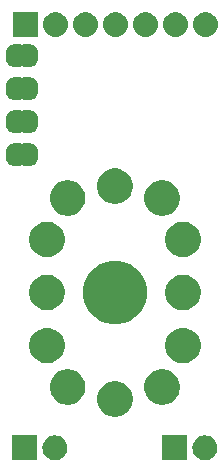
<source format=gbs>
G04 #@! TF.GenerationSoftware,KiCad,Pcbnew,(5.0.2)-1*
G04 #@! TF.CreationDate,2018-12-23T17:42:09+09:00*
G04 #@! TF.ProjectId,Nixie_Module_IN-12,4e697869-655f-44d6-9f64-756c655f494e,rev?*
G04 #@! TF.SameCoordinates,Original*
G04 #@! TF.FileFunction,Soldermask,Bot*
G04 #@! TF.FilePolarity,Negative*
%FSLAX46Y46*%
G04 Gerber Fmt 4.6, Leading zero omitted, Abs format (unit mm)*
G04 Created by KiCad (PCBNEW (5.0.2)-1) date 2018/12/23 17:42:09*
%MOMM*%
%LPD*%
G01*
G04 APERTURE LIST*
%ADD10C,0.100000*%
G04 APERTURE END LIST*
D10*
G36*
X74296707Y-98970097D02*
X74373836Y-98977693D01*
X74505787Y-99017720D01*
X74571763Y-99037733D01*
X74754172Y-99135233D01*
X74914054Y-99266446D01*
X75045267Y-99426328D01*
X75142767Y-99608737D01*
X75142767Y-99608738D01*
X75202807Y-99806664D01*
X75223080Y-100012500D01*
X75202807Y-100218336D01*
X75162780Y-100350287D01*
X75142767Y-100416263D01*
X75045267Y-100598672D01*
X74914054Y-100758554D01*
X74754172Y-100889767D01*
X74571763Y-100987267D01*
X74505787Y-101007280D01*
X74373836Y-101047307D01*
X74296707Y-101054904D01*
X74219580Y-101062500D01*
X74116420Y-101062500D01*
X74039293Y-101054904D01*
X73962164Y-101047307D01*
X73830213Y-101007280D01*
X73764237Y-100987267D01*
X73581828Y-100889767D01*
X73421946Y-100758554D01*
X73290733Y-100598672D01*
X73193233Y-100416263D01*
X73173220Y-100350287D01*
X73133193Y-100218336D01*
X73112920Y-100012500D01*
X73133193Y-99806664D01*
X73193233Y-99608738D01*
X73193233Y-99608737D01*
X73290733Y-99426328D01*
X73421946Y-99266446D01*
X73581828Y-99135233D01*
X73764237Y-99037733D01*
X73830213Y-99017720D01*
X73962164Y-98977693D01*
X74039293Y-98970097D01*
X74116420Y-98962500D01*
X74219580Y-98962500D01*
X74296707Y-98970097D01*
X74296707Y-98970097D01*
G37*
G36*
X85378000Y-101062500D02*
X83278000Y-101062500D01*
X83278000Y-98962500D01*
X85378000Y-98962500D01*
X85378000Y-101062500D01*
X85378000Y-101062500D01*
G37*
G36*
X86996707Y-98970097D02*
X87073836Y-98977693D01*
X87205787Y-99017720D01*
X87271763Y-99037733D01*
X87454172Y-99135233D01*
X87614054Y-99266446D01*
X87745267Y-99426328D01*
X87842767Y-99608737D01*
X87842767Y-99608738D01*
X87902807Y-99806664D01*
X87923080Y-100012500D01*
X87902807Y-100218336D01*
X87862780Y-100350287D01*
X87842767Y-100416263D01*
X87745267Y-100598672D01*
X87614054Y-100758554D01*
X87454172Y-100889767D01*
X87271763Y-100987267D01*
X87205787Y-101007280D01*
X87073836Y-101047307D01*
X86996707Y-101054904D01*
X86919580Y-101062500D01*
X86816420Y-101062500D01*
X86739293Y-101054904D01*
X86662164Y-101047307D01*
X86530213Y-101007280D01*
X86464237Y-100987267D01*
X86281828Y-100889767D01*
X86121946Y-100758554D01*
X85990733Y-100598672D01*
X85893233Y-100416263D01*
X85873220Y-100350287D01*
X85833193Y-100218336D01*
X85812920Y-100012500D01*
X85833193Y-99806664D01*
X85893233Y-99608738D01*
X85893233Y-99608737D01*
X85990733Y-99426328D01*
X86121946Y-99266446D01*
X86281828Y-99135233D01*
X86464237Y-99037733D01*
X86530213Y-99017720D01*
X86662164Y-98977693D01*
X86739293Y-98970097D01*
X86816420Y-98962500D01*
X86919580Y-98962500D01*
X86996707Y-98970097D01*
X86996707Y-98970097D01*
G37*
G36*
X72678000Y-101062500D02*
X70578000Y-101062500D01*
X70578000Y-98962500D01*
X72678000Y-98962500D01*
X72678000Y-101062500D01*
X72678000Y-101062500D01*
G37*
G36*
X79588935Y-94406429D02*
X79685534Y-94425644D01*
X79958517Y-94538717D01*
X80200920Y-94700687D01*
X80204197Y-94702876D01*
X80413124Y-94911803D01*
X80413126Y-94911806D01*
X80577283Y-95157483D01*
X80690356Y-95430466D01*
X80748000Y-95720263D01*
X80748000Y-96015737D01*
X80690356Y-96305534D01*
X80664482Y-96368000D01*
X80577284Y-96578515D01*
X80413124Y-96824197D01*
X80204197Y-97033124D01*
X80204194Y-97033126D01*
X79958517Y-97197283D01*
X79685534Y-97310356D01*
X79588935Y-97329571D01*
X79395739Y-97368000D01*
X79100261Y-97368000D01*
X78907065Y-97329571D01*
X78810466Y-97310356D01*
X78537483Y-97197283D01*
X78291806Y-97033126D01*
X78291803Y-97033124D01*
X78082876Y-96824197D01*
X77918716Y-96578515D01*
X77831518Y-96368000D01*
X77805644Y-96305534D01*
X77748000Y-96015737D01*
X77748000Y-95720263D01*
X77805644Y-95430466D01*
X77918717Y-95157483D01*
X78082874Y-94911806D01*
X78082876Y-94911803D01*
X78291803Y-94702876D01*
X78295080Y-94700687D01*
X78537483Y-94538717D01*
X78810466Y-94425644D01*
X78907065Y-94406429D01*
X79100261Y-94368000D01*
X79395739Y-94368000D01*
X79588935Y-94406429D01*
X79588935Y-94406429D01*
G37*
G36*
X83588935Y-93406429D02*
X83685534Y-93425644D01*
X83958517Y-93538717D01*
X84200920Y-93700687D01*
X84204197Y-93702876D01*
X84413124Y-93911803D01*
X84413126Y-93911806D01*
X84577283Y-94157483D01*
X84690356Y-94430466D01*
X84748000Y-94720263D01*
X84748000Y-95015737D01*
X84690356Y-95305534D01*
X84638607Y-95430467D01*
X84577284Y-95578515D01*
X84413124Y-95824197D01*
X84204197Y-96033124D01*
X84204194Y-96033126D01*
X83958517Y-96197283D01*
X83685534Y-96310356D01*
X83588935Y-96329571D01*
X83395739Y-96368000D01*
X83100261Y-96368000D01*
X82907065Y-96329571D01*
X82810466Y-96310356D01*
X82537483Y-96197283D01*
X82291806Y-96033126D01*
X82291803Y-96033124D01*
X82082876Y-95824197D01*
X81918716Y-95578515D01*
X81857393Y-95430467D01*
X81805644Y-95305534D01*
X81748000Y-95015737D01*
X81748000Y-94720263D01*
X81805644Y-94430466D01*
X81918717Y-94157483D01*
X82082874Y-93911806D01*
X82082876Y-93911803D01*
X82291803Y-93702876D01*
X82295080Y-93700687D01*
X82537483Y-93538717D01*
X82810466Y-93425644D01*
X82907065Y-93406429D01*
X83100261Y-93368000D01*
X83395739Y-93368000D01*
X83588935Y-93406429D01*
X83588935Y-93406429D01*
G37*
G36*
X75588935Y-93406429D02*
X75685534Y-93425644D01*
X75958517Y-93538717D01*
X76200920Y-93700687D01*
X76204197Y-93702876D01*
X76413124Y-93911803D01*
X76413126Y-93911806D01*
X76577283Y-94157483D01*
X76690356Y-94430466D01*
X76748000Y-94720263D01*
X76748000Y-95015737D01*
X76690356Y-95305534D01*
X76638607Y-95430467D01*
X76577284Y-95578515D01*
X76413124Y-95824197D01*
X76204197Y-96033124D01*
X76204194Y-96033126D01*
X75958517Y-96197283D01*
X75685534Y-96310356D01*
X75588935Y-96329571D01*
X75395739Y-96368000D01*
X75100261Y-96368000D01*
X74907065Y-96329571D01*
X74810466Y-96310356D01*
X74537483Y-96197283D01*
X74291806Y-96033126D01*
X74291803Y-96033124D01*
X74082876Y-95824197D01*
X73918716Y-95578515D01*
X73857393Y-95430467D01*
X73805644Y-95305534D01*
X73748000Y-95015737D01*
X73748000Y-94720263D01*
X73805644Y-94430466D01*
X73918717Y-94157483D01*
X74082874Y-93911806D01*
X74082876Y-93911803D01*
X74291803Y-93702876D01*
X74295080Y-93700687D01*
X74537483Y-93538717D01*
X74810466Y-93425644D01*
X74907065Y-93406429D01*
X75100261Y-93368000D01*
X75395739Y-93368000D01*
X75588935Y-93406429D01*
X75588935Y-93406429D01*
G37*
G36*
X85338935Y-89906429D02*
X85435534Y-89925644D01*
X85708517Y-90038717D01*
X85950920Y-90200687D01*
X85954197Y-90202876D01*
X86163124Y-90411803D01*
X86327284Y-90657485D01*
X86440356Y-90930467D01*
X86498000Y-91220261D01*
X86498000Y-91515739D01*
X86440356Y-91805533D01*
X86327284Y-92078515D01*
X86163124Y-92324197D01*
X85954197Y-92533124D01*
X85954194Y-92533126D01*
X85708517Y-92697283D01*
X85435534Y-92810356D01*
X85338935Y-92829571D01*
X85145739Y-92868000D01*
X84850261Y-92868000D01*
X84657065Y-92829571D01*
X84560466Y-92810356D01*
X84287483Y-92697283D01*
X84041806Y-92533126D01*
X84041803Y-92533124D01*
X83832876Y-92324197D01*
X83668716Y-92078515D01*
X83555644Y-91805533D01*
X83498000Y-91515739D01*
X83498000Y-91220261D01*
X83555644Y-90930467D01*
X83668716Y-90657485D01*
X83832876Y-90411803D01*
X84041803Y-90202876D01*
X84045080Y-90200687D01*
X84287483Y-90038717D01*
X84560466Y-89925644D01*
X84657065Y-89906429D01*
X84850261Y-89868000D01*
X85145739Y-89868000D01*
X85338935Y-89906429D01*
X85338935Y-89906429D01*
G37*
G36*
X73838935Y-89906429D02*
X73935534Y-89925644D01*
X74208517Y-90038717D01*
X74450920Y-90200687D01*
X74454197Y-90202876D01*
X74663124Y-90411803D01*
X74827284Y-90657485D01*
X74940356Y-90930467D01*
X74998000Y-91220261D01*
X74998000Y-91515739D01*
X74940356Y-91805533D01*
X74827284Y-92078515D01*
X74663124Y-92324197D01*
X74454197Y-92533124D01*
X74454194Y-92533126D01*
X74208517Y-92697283D01*
X73935534Y-92810356D01*
X73838935Y-92829571D01*
X73645739Y-92868000D01*
X73350261Y-92868000D01*
X73157065Y-92829571D01*
X73060466Y-92810356D01*
X72787483Y-92697283D01*
X72541806Y-92533126D01*
X72541803Y-92533124D01*
X72332876Y-92324197D01*
X72168716Y-92078515D01*
X72055644Y-91805533D01*
X71998000Y-91515739D01*
X71998000Y-91220261D01*
X72055644Y-90930467D01*
X72168716Y-90657485D01*
X72332876Y-90411803D01*
X72541803Y-90202876D01*
X72545080Y-90200687D01*
X72787483Y-90038717D01*
X73060466Y-89925644D01*
X73157065Y-89906429D01*
X73350261Y-89868000D01*
X73645739Y-89868000D01*
X73838935Y-89906429D01*
X73838935Y-89906429D01*
G37*
G36*
X80035560Y-84271759D02*
X80526928Y-84475290D01*
X80526930Y-84475291D01*
X80963268Y-84766843D01*
X80969153Y-84770775D01*
X81345225Y-85146847D01*
X81345227Y-85146850D01*
X81607064Y-85538716D01*
X81640710Y-85589072D01*
X81844241Y-86080440D01*
X81948000Y-86602072D01*
X81948000Y-87133928D01*
X81844241Y-87655560D01*
X81774389Y-87824197D01*
X81640709Y-88146930D01*
X81531511Y-88310356D01*
X81345225Y-88589153D01*
X80969153Y-88965225D01*
X80969150Y-88965227D01*
X80526930Y-89260709D01*
X80526929Y-89260710D01*
X80526928Y-89260710D01*
X80035560Y-89464241D01*
X79513928Y-89568000D01*
X78982072Y-89568000D01*
X78460440Y-89464241D01*
X77969072Y-89260710D01*
X77969071Y-89260710D01*
X77969070Y-89260709D01*
X77526850Y-88965227D01*
X77526847Y-88965225D01*
X77150775Y-88589153D01*
X76964489Y-88310356D01*
X76855291Y-88146930D01*
X76721611Y-87824197D01*
X76651759Y-87655560D01*
X76548000Y-87133928D01*
X76548000Y-86602072D01*
X76651759Y-86080440D01*
X76855290Y-85589072D01*
X76888937Y-85538716D01*
X77150773Y-85146850D01*
X77150775Y-85146847D01*
X77526847Y-84770775D01*
X77532732Y-84766843D01*
X77969070Y-84475291D01*
X77969072Y-84475290D01*
X78460440Y-84271759D01*
X78982072Y-84168000D01*
X79513928Y-84168000D01*
X80035560Y-84271759D01*
X80035560Y-84271759D01*
G37*
G36*
X85338935Y-85406429D02*
X85435534Y-85425644D01*
X85708517Y-85538717D01*
X85783875Y-85589070D01*
X85954197Y-85702876D01*
X86163124Y-85911803D01*
X86163126Y-85911806D01*
X86275804Y-86080439D01*
X86327284Y-86157485D01*
X86440356Y-86430467D01*
X86498000Y-86720261D01*
X86498000Y-87015739D01*
X86459571Y-87208935D01*
X86440356Y-87305534D01*
X86327283Y-87578517D01*
X86165313Y-87820920D01*
X86163124Y-87824197D01*
X85954197Y-88033124D01*
X85954194Y-88033126D01*
X85708517Y-88197283D01*
X85435534Y-88310356D01*
X85338935Y-88329571D01*
X85145739Y-88368000D01*
X84850261Y-88368000D01*
X84657065Y-88329571D01*
X84560466Y-88310356D01*
X84287483Y-88197283D01*
X84041806Y-88033126D01*
X84041803Y-88033124D01*
X83832876Y-87824197D01*
X83830687Y-87820920D01*
X83668717Y-87578517D01*
X83555644Y-87305534D01*
X83536429Y-87208935D01*
X83498000Y-87015739D01*
X83498000Y-86720261D01*
X83555644Y-86430467D01*
X83668716Y-86157485D01*
X83720197Y-86080439D01*
X83832874Y-85911806D01*
X83832876Y-85911803D01*
X84041803Y-85702876D01*
X84212125Y-85589070D01*
X84287483Y-85538717D01*
X84560466Y-85425644D01*
X84657065Y-85406429D01*
X84850261Y-85368000D01*
X85145739Y-85368000D01*
X85338935Y-85406429D01*
X85338935Y-85406429D01*
G37*
G36*
X73838935Y-85406429D02*
X73935534Y-85425644D01*
X74208517Y-85538717D01*
X74283875Y-85589070D01*
X74454197Y-85702876D01*
X74663124Y-85911803D01*
X74663126Y-85911806D01*
X74775804Y-86080439D01*
X74827284Y-86157485D01*
X74940356Y-86430467D01*
X74998000Y-86720261D01*
X74998000Y-87015739D01*
X74959571Y-87208935D01*
X74940356Y-87305534D01*
X74827283Y-87578517D01*
X74665313Y-87820920D01*
X74663124Y-87824197D01*
X74454197Y-88033124D01*
X74454194Y-88033126D01*
X74208517Y-88197283D01*
X73935534Y-88310356D01*
X73838935Y-88329571D01*
X73645739Y-88368000D01*
X73350261Y-88368000D01*
X73157065Y-88329571D01*
X73060466Y-88310356D01*
X72787483Y-88197283D01*
X72541806Y-88033126D01*
X72541803Y-88033124D01*
X72332876Y-87824197D01*
X72330687Y-87820920D01*
X72168717Y-87578517D01*
X72055644Y-87305534D01*
X72036429Y-87208935D01*
X71998000Y-87015739D01*
X71998000Y-86720261D01*
X72055644Y-86430467D01*
X72168716Y-86157485D01*
X72220197Y-86080439D01*
X72332874Y-85911806D01*
X72332876Y-85911803D01*
X72541803Y-85702876D01*
X72712125Y-85589070D01*
X72787483Y-85538717D01*
X73060466Y-85425644D01*
X73157065Y-85406429D01*
X73350261Y-85368000D01*
X73645739Y-85368000D01*
X73838935Y-85406429D01*
X73838935Y-85406429D01*
G37*
G36*
X85338935Y-80906429D02*
X85435534Y-80925644D01*
X85708517Y-81038717D01*
X85950920Y-81200687D01*
X85954197Y-81202876D01*
X86163124Y-81411803D01*
X86327284Y-81657485D01*
X86440356Y-81930467D01*
X86498000Y-82220261D01*
X86498000Y-82515739D01*
X86440356Y-82805533D01*
X86327284Y-83078515D01*
X86163124Y-83324197D01*
X85954197Y-83533124D01*
X85954194Y-83533126D01*
X85708517Y-83697283D01*
X85435534Y-83810356D01*
X85338935Y-83829571D01*
X85145739Y-83868000D01*
X84850261Y-83868000D01*
X84657065Y-83829571D01*
X84560466Y-83810356D01*
X84287483Y-83697283D01*
X84041806Y-83533126D01*
X84041803Y-83533124D01*
X83832876Y-83324197D01*
X83668716Y-83078515D01*
X83555644Y-82805533D01*
X83498000Y-82515739D01*
X83498000Y-82220261D01*
X83555644Y-81930467D01*
X83668716Y-81657485D01*
X83832876Y-81411803D01*
X84041803Y-81202876D01*
X84045080Y-81200687D01*
X84287483Y-81038717D01*
X84560466Y-80925644D01*
X84657065Y-80906429D01*
X84850261Y-80868000D01*
X85145739Y-80868000D01*
X85338935Y-80906429D01*
X85338935Y-80906429D01*
G37*
G36*
X73838935Y-80906429D02*
X73935534Y-80925644D01*
X74208517Y-81038717D01*
X74450920Y-81200687D01*
X74454197Y-81202876D01*
X74663124Y-81411803D01*
X74827284Y-81657485D01*
X74940356Y-81930467D01*
X74998000Y-82220261D01*
X74998000Y-82515739D01*
X74940356Y-82805533D01*
X74827284Y-83078515D01*
X74663124Y-83324197D01*
X74454197Y-83533124D01*
X74454194Y-83533126D01*
X74208517Y-83697283D01*
X73935534Y-83810356D01*
X73838935Y-83829571D01*
X73645739Y-83868000D01*
X73350261Y-83868000D01*
X73157065Y-83829571D01*
X73060466Y-83810356D01*
X72787483Y-83697283D01*
X72541806Y-83533126D01*
X72541803Y-83533124D01*
X72332876Y-83324197D01*
X72168716Y-83078515D01*
X72055644Y-82805533D01*
X71998000Y-82515739D01*
X71998000Y-82220261D01*
X72055644Y-81930467D01*
X72168716Y-81657485D01*
X72332876Y-81411803D01*
X72541803Y-81202876D01*
X72545080Y-81200687D01*
X72787483Y-81038717D01*
X73060466Y-80925644D01*
X73157065Y-80906429D01*
X73350261Y-80868000D01*
X73645739Y-80868000D01*
X73838935Y-80906429D01*
X73838935Y-80906429D01*
G37*
G36*
X83588935Y-77406429D02*
X83685534Y-77425644D01*
X83958517Y-77538717D01*
X84200920Y-77700687D01*
X84204197Y-77702876D01*
X84413124Y-77911803D01*
X84413126Y-77911806D01*
X84577283Y-78157483D01*
X84690356Y-78430466D01*
X84748000Y-78720263D01*
X84748000Y-79015737D01*
X84690356Y-79305534D01*
X84664482Y-79368000D01*
X84577284Y-79578515D01*
X84413124Y-79824197D01*
X84204197Y-80033124D01*
X84204194Y-80033126D01*
X83958517Y-80197283D01*
X83685534Y-80310356D01*
X83588935Y-80329571D01*
X83395739Y-80368000D01*
X83100261Y-80368000D01*
X82907065Y-80329571D01*
X82810466Y-80310356D01*
X82537483Y-80197283D01*
X82291806Y-80033126D01*
X82291803Y-80033124D01*
X82082876Y-79824197D01*
X81918716Y-79578515D01*
X81831518Y-79368000D01*
X81805644Y-79305534D01*
X81748000Y-79015737D01*
X81748000Y-78720263D01*
X81805644Y-78430466D01*
X81918717Y-78157483D01*
X82082874Y-77911806D01*
X82082876Y-77911803D01*
X82291803Y-77702876D01*
X82295080Y-77700687D01*
X82537483Y-77538717D01*
X82810466Y-77425644D01*
X82907065Y-77406429D01*
X83100261Y-77368000D01*
X83395739Y-77368000D01*
X83588935Y-77406429D01*
X83588935Y-77406429D01*
G37*
G36*
X75588935Y-77406429D02*
X75685534Y-77425644D01*
X75958517Y-77538717D01*
X76200920Y-77700687D01*
X76204197Y-77702876D01*
X76413124Y-77911803D01*
X76413126Y-77911806D01*
X76577283Y-78157483D01*
X76690356Y-78430466D01*
X76748000Y-78720263D01*
X76748000Y-79015737D01*
X76690356Y-79305534D01*
X76664482Y-79368000D01*
X76577284Y-79578515D01*
X76413124Y-79824197D01*
X76204197Y-80033124D01*
X76204194Y-80033126D01*
X75958517Y-80197283D01*
X75685534Y-80310356D01*
X75588935Y-80329571D01*
X75395739Y-80368000D01*
X75100261Y-80368000D01*
X74907065Y-80329571D01*
X74810466Y-80310356D01*
X74537483Y-80197283D01*
X74291806Y-80033126D01*
X74291803Y-80033124D01*
X74082876Y-79824197D01*
X73918716Y-79578515D01*
X73831518Y-79368000D01*
X73805644Y-79305534D01*
X73748000Y-79015737D01*
X73748000Y-78720263D01*
X73805644Y-78430466D01*
X73918717Y-78157483D01*
X74082874Y-77911806D01*
X74082876Y-77911803D01*
X74291803Y-77702876D01*
X74295080Y-77700687D01*
X74537483Y-77538717D01*
X74810466Y-77425644D01*
X74907065Y-77406429D01*
X75100261Y-77368000D01*
X75395739Y-77368000D01*
X75588935Y-77406429D01*
X75588935Y-77406429D01*
G37*
G36*
X79588935Y-76406429D02*
X79685534Y-76425644D01*
X79958517Y-76538717D01*
X80200920Y-76700687D01*
X80204197Y-76702876D01*
X80413124Y-76911803D01*
X80413126Y-76911806D01*
X80577283Y-77157483D01*
X80690356Y-77430466D01*
X80748000Y-77720263D01*
X80748000Y-78015737D01*
X80690356Y-78305534D01*
X80638607Y-78430467D01*
X80577284Y-78578515D01*
X80413124Y-78824197D01*
X80204197Y-79033124D01*
X80204194Y-79033126D01*
X79958517Y-79197283D01*
X79685534Y-79310356D01*
X79588935Y-79329571D01*
X79395739Y-79368000D01*
X79100261Y-79368000D01*
X78907065Y-79329571D01*
X78810466Y-79310356D01*
X78537483Y-79197283D01*
X78291806Y-79033126D01*
X78291803Y-79033124D01*
X78082876Y-78824197D01*
X77918716Y-78578515D01*
X77857393Y-78430467D01*
X77805644Y-78305534D01*
X77748000Y-78015737D01*
X77748000Y-77720263D01*
X77805644Y-77430466D01*
X77918717Y-77157483D01*
X78082874Y-76911806D01*
X78082876Y-76911803D01*
X78291803Y-76702876D01*
X78295080Y-76700687D01*
X78537483Y-76538717D01*
X78810466Y-76425644D01*
X78907065Y-76406429D01*
X79100261Y-76368000D01*
X79395739Y-76368000D01*
X79588935Y-76406429D01*
X79588935Y-76406429D01*
G37*
G36*
X71263203Y-74236893D02*
X71263206Y-74236894D01*
X71263207Y-74236894D01*
X71300907Y-74248330D01*
X71300908Y-74248330D01*
X71300913Y-74248332D01*
X71315078Y-74255903D01*
X71337717Y-74265280D01*
X71361750Y-74270060D01*
X71386255Y-74270060D01*
X71410288Y-74265279D01*
X71432922Y-74255903D01*
X71447087Y-74248332D01*
X71447092Y-74248330D01*
X71447093Y-74248330D01*
X71484793Y-74236894D01*
X71484794Y-74236894D01*
X71484797Y-74236893D01*
X71530140Y-74232427D01*
X72017860Y-74232427D01*
X72036197Y-74234233D01*
X72048449Y-74234835D01*
X72066869Y-74234835D01*
X72118358Y-74239906D01*
X72202443Y-74256632D01*
X72230949Y-74265279D01*
X72246048Y-74269859D01*
X72246050Y-74269860D01*
X72251955Y-74271651D01*
X72331164Y-74304460D01*
X72376787Y-74328846D01*
X72448082Y-74376484D01*
X72488076Y-74409306D01*
X72548694Y-74469924D01*
X72581516Y-74509918D01*
X72629154Y-74581213D01*
X72653540Y-74626836D01*
X72686349Y-74706045D01*
X72701368Y-74755557D01*
X72718094Y-74839642D01*
X72723165Y-74891131D01*
X72723165Y-74909551D01*
X72723767Y-74921803D01*
X72725573Y-74940140D01*
X72725573Y-75427860D01*
X72723767Y-75446197D01*
X72723165Y-75458449D01*
X72723165Y-75476869D01*
X72718094Y-75528358D01*
X72701368Y-75612443D01*
X72686349Y-75661955D01*
X72653540Y-75741164D01*
X72629154Y-75786787D01*
X72581516Y-75858082D01*
X72548694Y-75898076D01*
X72488076Y-75958694D01*
X72448082Y-75991516D01*
X72376787Y-76039154D01*
X72331164Y-76063540D01*
X72251955Y-76096349D01*
X72246050Y-76098140D01*
X72246048Y-76098141D01*
X72236296Y-76101099D01*
X72202443Y-76111368D01*
X72118358Y-76128094D01*
X72066869Y-76133165D01*
X72048449Y-76133165D01*
X72036197Y-76133767D01*
X72017860Y-76135573D01*
X71530140Y-76135573D01*
X71484797Y-76131107D01*
X71484794Y-76131106D01*
X71484793Y-76131106D01*
X71447093Y-76119670D01*
X71447092Y-76119670D01*
X71447087Y-76119668D01*
X71432922Y-76112097D01*
X71410283Y-76102720D01*
X71386250Y-76097940D01*
X71361745Y-76097940D01*
X71337712Y-76102721D01*
X71315078Y-76112097D01*
X71300913Y-76119668D01*
X71300908Y-76119670D01*
X71300907Y-76119670D01*
X71263207Y-76131106D01*
X71263206Y-76131106D01*
X71263203Y-76131107D01*
X71217860Y-76135573D01*
X70730140Y-76135573D01*
X70711803Y-76133767D01*
X70699551Y-76133165D01*
X70681131Y-76133165D01*
X70629642Y-76128094D01*
X70545557Y-76111368D01*
X70511704Y-76101099D01*
X70501952Y-76098141D01*
X70501950Y-76098140D01*
X70496045Y-76096349D01*
X70416836Y-76063540D01*
X70371213Y-76039154D01*
X70299918Y-75991516D01*
X70259924Y-75958694D01*
X70199306Y-75898076D01*
X70166484Y-75858082D01*
X70118846Y-75786787D01*
X70094460Y-75741164D01*
X70061651Y-75661955D01*
X70046632Y-75612443D01*
X70029906Y-75528358D01*
X70024835Y-75476869D01*
X70024835Y-75458449D01*
X70024233Y-75446197D01*
X70022427Y-75427860D01*
X70022427Y-74940140D01*
X70024233Y-74921803D01*
X70024835Y-74909551D01*
X70024835Y-74891131D01*
X70029906Y-74839642D01*
X70046632Y-74755557D01*
X70061651Y-74706045D01*
X70094460Y-74626836D01*
X70118846Y-74581213D01*
X70166484Y-74509918D01*
X70199306Y-74469924D01*
X70259924Y-74409306D01*
X70299918Y-74376484D01*
X70371213Y-74328846D01*
X70416836Y-74304460D01*
X70496045Y-74271651D01*
X70501950Y-74269860D01*
X70501952Y-74269859D01*
X70517051Y-74265279D01*
X70545557Y-74256632D01*
X70629642Y-74239906D01*
X70681131Y-74234835D01*
X70699551Y-74234835D01*
X70711803Y-74234233D01*
X70730140Y-74232427D01*
X71217860Y-74232427D01*
X71263203Y-74236893D01*
X71263203Y-74236893D01*
G37*
G36*
X71263203Y-71442893D02*
X71263206Y-71442894D01*
X71263207Y-71442894D01*
X71300907Y-71454330D01*
X71300908Y-71454330D01*
X71300913Y-71454332D01*
X71315078Y-71461903D01*
X71337717Y-71471280D01*
X71361750Y-71476060D01*
X71386255Y-71476060D01*
X71410288Y-71471279D01*
X71432922Y-71461903D01*
X71447087Y-71454332D01*
X71447092Y-71454330D01*
X71447093Y-71454330D01*
X71484793Y-71442894D01*
X71484794Y-71442894D01*
X71484797Y-71442893D01*
X71530140Y-71438427D01*
X72017860Y-71438427D01*
X72036197Y-71440233D01*
X72048449Y-71440835D01*
X72066869Y-71440835D01*
X72118358Y-71445906D01*
X72202443Y-71462632D01*
X72230949Y-71471279D01*
X72246048Y-71475859D01*
X72246050Y-71475860D01*
X72251955Y-71477651D01*
X72331164Y-71510460D01*
X72376787Y-71534846D01*
X72448082Y-71582484D01*
X72488076Y-71615306D01*
X72548694Y-71675924D01*
X72581516Y-71715918D01*
X72629154Y-71787213D01*
X72653540Y-71832836D01*
X72686349Y-71912045D01*
X72701368Y-71961557D01*
X72718094Y-72045642D01*
X72723165Y-72097131D01*
X72723165Y-72115551D01*
X72723767Y-72127803D01*
X72725573Y-72146140D01*
X72725573Y-72633860D01*
X72723767Y-72652197D01*
X72723165Y-72664449D01*
X72723165Y-72682869D01*
X72718094Y-72734358D01*
X72701368Y-72818443D01*
X72686349Y-72867955D01*
X72653540Y-72947164D01*
X72629154Y-72992787D01*
X72581516Y-73064082D01*
X72548694Y-73104076D01*
X72488076Y-73164694D01*
X72448082Y-73197516D01*
X72376787Y-73245154D01*
X72331164Y-73269540D01*
X72251955Y-73302349D01*
X72246050Y-73304140D01*
X72246048Y-73304141D01*
X72236296Y-73307099D01*
X72202443Y-73317368D01*
X72118358Y-73334094D01*
X72066869Y-73339165D01*
X72048449Y-73339165D01*
X72036197Y-73339767D01*
X72017860Y-73341573D01*
X71530140Y-73341573D01*
X71484797Y-73337107D01*
X71484794Y-73337106D01*
X71484793Y-73337106D01*
X71447093Y-73325670D01*
X71447092Y-73325670D01*
X71447087Y-73325668D01*
X71432922Y-73318097D01*
X71410283Y-73308720D01*
X71386250Y-73303940D01*
X71361745Y-73303940D01*
X71337712Y-73308721D01*
X71315078Y-73318097D01*
X71300913Y-73325668D01*
X71300908Y-73325670D01*
X71300907Y-73325670D01*
X71263207Y-73337106D01*
X71263206Y-73337106D01*
X71263203Y-73337107D01*
X71217860Y-73341573D01*
X70730140Y-73341573D01*
X70711803Y-73339767D01*
X70699551Y-73339165D01*
X70681131Y-73339165D01*
X70629642Y-73334094D01*
X70545557Y-73317368D01*
X70511704Y-73307099D01*
X70501952Y-73304141D01*
X70501950Y-73304140D01*
X70496045Y-73302349D01*
X70416836Y-73269540D01*
X70371213Y-73245154D01*
X70299918Y-73197516D01*
X70259924Y-73164694D01*
X70199306Y-73104076D01*
X70166484Y-73064082D01*
X70118846Y-72992787D01*
X70094460Y-72947164D01*
X70061651Y-72867955D01*
X70046632Y-72818443D01*
X70029906Y-72734358D01*
X70024835Y-72682869D01*
X70024835Y-72664449D01*
X70024233Y-72652197D01*
X70022427Y-72633860D01*
X70022427Y-72146140D01*
X70024233Y-72127803D01*
X70024835Y-72115551D01*
X70024835Y-72097131D01*
X70029906Y-72045642D01*
X70046632Y-71961557D01*
X70061651Y-71912045D01*
X70094460Y-71832836D01*
X70118846Y-71787213D01*
X70166484Y-71715918D01*
X70199306Y-71675924D01*
X70259924Y-71615306D01*
X70299918Y-71582484D01*
X70371213Y-71534846D01*
X70416836Y-71510460D01*
X70496045Y-71477651D01*
X70501950Y-71475860D01*
X70501952Y-71475859D01*
X70517051Y-71471279D01*
X70545557Y-71462632D01*
X70629642Y-71445906D01*
X70681131Y-71440835D01*
X70699551Y-71440835D01*
X70711803Y-71440233D01*
X70730140Y-71438427D01*
X71217860Y-71438427D01*
X71263203Y-71442893D01*
X71263203Y-71442893D01*
G37*
G36*
X71263203Y-68648893D02*
X71263206Y-68648894D01*
X71263207Y-68648894D01*
X71300907Y-68660330D01*
X71300908Y-68660330D01*
X71300913Y-68660332D01*
X71315078Y-68667903D01*
X71337717Y-68677280D01*
X71361750Y-68682060D01*
X71386255Y-68682060D01*
X71410288Y-68677279D01*
X71432922Y-68667903D01*
X71447087Y-68660332D01*
X71447092Y-68660330D01*
X71447093Y-68660330D01*
X71484793Y-68648894D01*
X71484794Y-68648894D01*
X71484797Y-68648893D01*
X71530140Y-68644427D01*
X72017860Y-68644427D01*
X72036197Y-68646233D01*
X72048449Y-68646835D01*
X72066869Y-68646835D01*
X72118358Y-68651906D01*
X72202443Y-68668632D01*
X72230949Y-68677279D01*
X72246048Y-68681859D01*
X72246050Y-68681860D01*
X72251955Y-68683651D01*
X72331164Y-68716460D01*
X72376787Y-68740846D01*
X72448082Y-68788484D01*
X72488076Y-68821306D01*
X72548694Y-68881924D01*
X72581516Y-68921918D01*
X72629154Y-68993213D01*
X72653540Y-69038836D01*
X72686349Y-69118045D01*
X72701368Y-69167557D01*
X72718094Y-69251642D01*
X72723165Y-69303131D01*
X72723165Y-69321551D01*
X72723767Y-69333803D01*
X72725573Y-69352140D01*
X72725573Y-69839860D01*
X72723767Y-69858197D01*
X72723165Y-69870449D01*
X72723165Y-69888869D01*
X72718094Y-69940358D01*
X72701368Y-70024443D01*
X72686349Y-70073955D01*
X72653540Y-70153164D01*
X72629154Y-70198787D01*
X72581516Y-70270082D01*
X72548694Y-70310076D01*
X72488076Y-70370694D01*
X72448082Y-70403516D01*
X72376787Y-70451154D01*
X72331164Y-70475540D01*
X72251955Y-70508349D01*
X72246050Y-70510140D01*
X72246048Y-70510141D01*
X72236296Y-70513099D01*
X72202443Y-70523368D01*
X72118358Y-70540094D01*
X72066869Y-70545165D01*
X72048449Y-70545165D01*
X72036197Y-70545767D01*
X72017860Y-70547573D01*
X71530140Y-70547573D01*
X71484797Y-70543107D01*
X71484794Y-70543106D01*
X71484793Y-70543106D01*
X71447093Y-70531670D01*
X71447092Y-70531670D01*
X71447087Y-70531668D01*
X71432922Y-70524097D01*
X71410283Y-70514720D01*
X71386250Y-70509940D01*
X71361745Y-70509940D01*
X71337712Y-70514721D01*
X71315078Y-70524097D01*
X71300913Y-70531668D01*
X71300908Y-70531670D01*
X71300907Y-70531670D01*
X71263207Y-70543106D01*
X71263206Y-70543106D01*
X71263203Y-70543107D01*
X71217860Y-70547573D01*
X70730140Y-70547573D01*
X70711803Y-70545767D01*
X70699551Y-70545165D01*
X70681131Y-70545165D01*
X70629642Y-70540094D01*
X70545557Y-70523368D01*
X70511704Y-70513099D01*
X70501952Y-70510141D01*
X70501950Y-70510140D01*
X70496045Y-70508349D01*
X70416836Y-70475540D01*
X70371213Y-70451154D01*
X70299918Y-70403516D01*
X70259924Y-70370694D01*
X70199306Y-70310076D01*
X70166484Y-70270082D01*
X70118846Y-70198787D01*
X70094460Y-70153164D01*
X70061651Y-70073955D01*
X70046632Y-70024443D01*
X70029906Y-69940358D01*
X70024835Y-69888869D01*
X70024835Y-69870449D01*
X70024233Y-69858197D01*
X70022427Y-69839860D01*
X70022427Y-69352140D01*
X70024233Y-69333803D01*
X70024835Y-69321551D01*
X70024835Y-69303131D01*
X70029906Y-69251642D01*
X70046632Y-69167557D01*
X70061651Y-69118045D01*
X70094460Y-69038836D01*
X70118846Y-68993213D01*
X70166484Y-68921918D01*
X70199306Y-68881924D01*
X70259924Y-68821306D01*
X70299918Y-68788484D01*
X70371213Y-68740846D01*
X70416836Y-68716460D01*
X70496045Y-68683651D01*
X70501950Y-68681860D01*
X70501952Y-68681859D01*
X70517051Y-68677279D01*
X70545557Y-68668632D01*
X70629642Y-68651906D01*
X70681131Y-68646835D01*
X70699551Y-68646835D01*
X70711803Y-68646233D01*
X70730140Y-68644427D01*
X71217860Y-68644427D01*
X71263203Y-68648893D01*
X71263203Y-68648893D01*
G37*
G36*
X71263203Y-65854893D02*
X71263206Y-65854894D01*
X71263207Y-65854894D01*
X71300907Y-65866330D01*
X71300908Y-65866330D01*
X71300913Y-65866332D01*
X71315078Y-65873903D01*
X71337717Y-65883280D01*
X71361750Y-65888060D01*
X71386255Y-65888060D01*
X71410288Y-65883279D01*
X71432922Y-65873903D01*
X71447087Y-65866332D01*
X71447092Y-65866330D01*
X71447093Y-65866330D01*
X71484793Y-65854894D01*
X71484794Y-65854894D01*
X71484797Y-65854893D01*
X71530140Y-65850427D01*
X72017860Y-65850427D01*
X72036197Y-65852233D01*
X72048449Y-65852835D01*
X72066869Y-65852835D01*
X72118358Y-65857906D01*
X72202443Y-65874632D01*
X72230949Y-65883279D01*
X72246048Y-65887859D01*
X72246050Y-65887860D01*
X72251955Y-65889651D01*
X72331164Y-65922460D01*
X72376787Y-65946846D01*
X72448082Y-65994484D01*
X72488076Y-66027306D01*
X72548694Y-66087924D01*
X72581516Y-66127918D01*
X72629154Y-66199213D01*
X72653540Y-66244836D01*
X72686349Y-66324045D01*
X72701368Y-66373557D01*
X72718094Y-66457642D01*
X72723165Y-66509131D01*
X72723165Y-66527551D01*
X72723767Y-66539803D01*
X72725573Y-66558140D01*
X72725573Y-67045860D01*
X72723767Y-67064197D01*
X72723165Y-67076449D01*
X72723165Y-67094869D01*
X72718094Y-67146358D01*
X72701368Y-67230443D01*
X72686349Y-67279955D01*
X72653540Y-67359164D01*
X72629154Y-67404787D01*
X72581516Y-67476082D01*
X72548694Y-67516076D01*
X72488076Y-67576694D01*
X72448082Y-67609516D01*
X72376787Y-67657154D01*
X72331164Y-67681540D01*
X72251955Y-67714349D01*
X72246050Y-67716140D01*
X72246048Y-67716141D01*
X72236296Y-67719099D01*
X72202443Y-67729368D01*
X72118358Y-67746094D01*
X72066869Y-67751165D01*
X72048449Y-67751165D01*
X72036197Y-67751767D01*
X72017860Y-67753573D01*
X71530140Y-67753573D01*
X71484797Y-67749107D01*
X71484794Y-67749106D01*
X71484793Y-67749106D01*
X71447093Y-67737670D01*
X71447092Y-67737670D01*
X71447087Y-67737668D01*
X71432922Y-67730097D01*
X71410283Y-67720720D01*
X71386250Y-67715940D01*
X71361745Y-67715940D01*
X71337712Y-67720721D01*
X71315078Y-67730097D01*
X71300913Y-67737668D01*
X71300908Y-67737670D01*
X71300907Y-67737670D01*
X71263207Y-67749106D01*
X71263206Y-67749106D01*
X71263203Y-67749107D01*
X71217860Y-67753573D01*
X70730140Y-67753573D01*
X70711803Y-67751767D01*
X70699551Y-67751165D01*
X70681131Y-67751165D01*
X70629642Y-67746094D01*
X70545557Y-67729368D01*
X70511704Y-67719099D01*
X70501952Y-67716141D01*
X70501950Y-67716140D01*
X70496045Y-67714349D01*
X70416836Y-67681540D01*
X70371213Y-67657154D01*
X70299918Y-67609516D01*
X70259924Y-67576694D01*
X70199306Y-67516076D01*
X70166484Y-67476082D01*
X70118846Y-67404787D01*
X70094460Y-67359164D01*
X70061651Y-67279955D01*
X70046632Y-67230443D01*
X70029906Y-67146358D01*
X70024835Y-67094869D01*
X70024835Y-67076449D01*
X70024233Y-67064197D01*
X70022427Y-67045860D01*
X70022427Y-66558140D01*
X70024233Y-66539803D01*
X70024835Y-66527551D01*
X70024835Y-66509131D01*
X70029906Y-66457642D01*
X70046632Y-66373557D01*
X70061651Y-66324045D01*
X70094460Y-66244836D01*
X70118846Y-66199213D01*
X70166484Y-66127918D01*
X70199306Y-66087924D01*
X70259924Y-66027306D01*
X70299918Y-65994484D01*
X70371213Y-65946846D01*
X70416836Y-65922460D01*
X70496045Y-65889651D01*
X70501950Y-65887860D01*
X70501952Y-65887859D01*
X70517051Y-65883279D01*
X70545557Y-65874632D01*
X70629642Y-65857906D01*
X70681131Y-65852835D01*
X70699551Y-65852835D01*
X70711803Y-65852233D01*
X70730140Y-65850427D01*
X71217860Y-65850427D01*
X71263203Y-65854893D01*
X71263203Y-65854893D01*
G37*
G36*
X76887507Y-63117996D02*
X76964636Y-63125593D01*
X77096587Y-63165620D01*
X77162563Y-63185633D01*
X77344972Y-63283133D01*
X77504854Y-63414346D01*
X77636067Y-63574228D01*
X77733567Y-63756637D01*
X77733567Y-63756638D01*
X77793607Y-63954564D01*
X77813880Y-64160400D01*
X77793607Y-64366236D01*
X77753580Y-64498187D01*
X77733567Y-64564163D01*
X77636067Y-64746572D01*
X77504854Y-64906454D01*
X77344972Y-65037667D01*
X77162563Y-65135167D01*
X77096587Y-65155180D01*
X76964636Y-65195207D01*
X76887507Y-65202803D01*
X76810380Y-65210400D01*
X76707220Y-65210400D01*
X76630093Y-65202803D01*
X76552964Y-65195207D01*
X76421013Y-65155180D01*
X76355037Y-65135167D01*
X76172628Y-65037667D01*
X76012746Y-64906454D01*
X75881533Y-64746572D01*
X75784033Y-64564163D01*
X75764020Y-64498187D01*
X75723993Y-64366236D01*
X75703720Y-64160400D01*
X75723993Y-63954564D01*
X75784033Y-63756638D01*
X75784033Y-63756637D01*
X75881533Y-63574228D01*
X76012746Y-63414346D01*
X76172628Y-63283133D01*
X76355037Y-63185633D01*
X76421013Y-63165620D01*
X76552964Y-63125593D01*
X76630093Y-63117996D01*
X76707220Y-63110400D01*
X76810380Y-63110400D01*
X76887507Y-63117996D01*
X76887507Y-63117996D01*
G37*
G36*
X87047507Y-63117996D02*
X87124636Y-63125593D01*
X87256587Y-63165620D01*
X87322563Y-63185633D01*
X87504972Y-63283133D01*
X87664854Y-63414346D01*
X87796067Y-63574228D01*
X87893567Y-63756637D01*
X87893567Y-63756638D01*
X87953607Y-63954564D01*
X87973880Y-64160400D01*
X87953607Y-64366236D01*
X87913580Y-64498187D01*
X87893567Y-64564163D01*
X87796067Y-64746572D01*
X87664854Y-64906454D01*
X87504972Y-65037667D01*
X87322563Y-65135167D01*
X87256587Y-65155180D01*
X87124636Y-65195207D01*
X87047507Y-65202803D01*
X86970380Y-65210400D01*
X86867220Y-65210400D01*
X86790093Y-65202803D01*
X86712964Y-65195207D01*
X86581013Y-65155180D01*
X86515037Y-65135167D01*
X86332628Y-65037667D01*
X86172746Y-64906454D01*
X86041533Y-64746572D01*
X85944033Y-64564163D01*
X85924020Y-64498187D01*
X85883993Y-64366236D01*
X85863720Y-64160400D01*
X85883993Y-63954564D01*
X85944033Y-63756638D01*
X85944033Y-63756637D01*
X86041533Y-63574228D01*
X86172746Y-63414346D01*
X86332628Y-63283133D01*
X86515037Y-63185633D01*
X86581013Y-63165620D01*
X86712964Y-63125593D01*
X86790093Y-63117996D01*
X86867220Y-63110400D01*
X86970380Y-63110400D01*
X87047507Y-63117996D01*
X87047507Y-63117996D01*
G37*
G36*
X84507507Y-63117996D02*
X84584636Y-63125593D01*
X84716587Y-63165620D01*
X84782563Y-63185633D01*
X84964972Y-63283133D01*
X85124854Y-63414346D01*
X85256067Y-63574228D01*
X85353567Y-63756637D01*
X85353567Y-63756638D01*
X85413607Y-63954564D01*
X85433880Y-64160400D01*
X85413607Y-64366236D01*
X85373580Y-64498187D01*
X85353567Y-64564163D01*
X85256067Y-64746572D01*
X85124854Y-64906454D01*
X84964972Y-65037667D01*
X84782563Y-65135167D01*
X84716587Y-65155180D01*
X84584636Y-65195207D01*
X84507507Y-65202803D01*
X84430380Y-65210400D01*
X84327220Y-65210400D01*
X84250093Y-65202803D01*
X84172964Y-65195207D01*
X84041013Y-65155180D01*
X83975037Y-65135167D01*
X83792628Y-65037667D01*
X83632746Y-64906454D01*
X83501533Y-64746572D01*
X83404033Y-64564163D01*
X83384020Y-64498187D01*
X83343993Y-64366236D01*
X83323720Y-64160400D01*
X83343993Y-63954564D01*
X83404033Y-63756638D01*
X83404033Y-63756637D01*
X83501533Y-63574228D01*
X83632746Y-63414346D01*
X83792628Y-63283133D01*
X83975037Y-63185633D01*
X84041013Y-63165620D01*
X84172964Y-63125593D01*
X84250093Y-63117996D01*
X84327220Y-63110400D01*
X84430380Y-63110400D01*
X84507507Y-63117996D01*
X84507507Y-63117996D01*
G37*
G36*
X81967507Y-63117996D02*
X82044636Y-63125593D01*
X82176587Y-63165620D01*
X82242563Y-63185633D01*
X82424972Y-63283133D01*
X82584854Y-63414346D01*
X82716067Y-63574228D01*
X82813567Y-63756637D01*
X82813567Y-63756638D01*
X82873607Y-63954564D01*
X82893880Y-64160400D01*
X82873607Y-64366236D01*
X82833580Y-64498187D01*
X82813567Y-64564163D01*
X82716067Y-64746572D01*
X82584854Y-64906454D01*
X82424972Y-65037667D01*
X82242563Y-65135167D01*
X82176587Y-65155180D01*
X82044636Y-65195207D01*
X81967507Y-65202803D01*
X81890380Y-65210400D01*
X81787220Y-65210400D01*
X81710093Y-65202803D01*
X81632964Y-65195207D01*
X81501013Y-65155180D01*
X81435037Y-65135167D01*
X81252628Y-65037667D01*
X81092746Y-64906454D01*
X80961533Y-64746572D01*
X80864033Y-64564163D01*
X80844020Y-64498187D01*
X80803993Y-64366236D01*
X80783720Y-64160400D01*
X80803993Y-63954564D01*
X80864033Y-63756638D01*
X80864033Y-63756637D01*
X80961533Y-63574228D01*
X81092746Y-63414346D01*
X81252628Y-63283133D01*
X81435037Y-63185633D01*
X81501013Y-63165620D01*
X81632964Y-63125593D01*
X81710093Y-63117996D01*
X81787220Y-63110400D01*
X81890380Y-63110400D01*
X81967507Y-63117996D01*
X81967507Y-63117996D01*
G37*
G36*
X79427507Y-63117996D02*
X79504636Y-63125593D01*
X79636587Y-63165620D01*
X79702563Y-63185633D01*
X79884972Y-63283133D01*
X80044854Y-63414346D01*
X80176067Y-63574228D01*
X80273567Y-63756637D01*
X80273567Y-63756638D01*
X80333607Y-63954564D01*
X80353880Y-64160400D01*
X80333607Y-64366236D01*
X80293580Y-64498187D01*
X80273567Y-64564163D01*
X80176067Y-64746572D01*
X80044854Y-64906454D01*
X79884972Y-65037667D01*
X79702563Y-65135167D01*
X79636587Y-65155180D01*
X79504636Y-65195207D01*
X79427507Y-65202803D01*
X79350380Y-65210400D01*
X79247220Y-65210400D01*
X79170093Y-65202803D01*
X79092964Y-65195207D01*
X78961013Y-65155180D01*
X78895037Y-65135167D01*
X78712628Y-65037667D01*
X78552746Y-64906454D01*
X78421533Y-64746572D01*
X78324033Y-64564163D01*
X78304020Y-64498187D01*
X78263993Y-64366236D01*
X78243720Y-64160400D01*
X78263993Y-63954564D01*
X78324033Y-63756638D01*
X78324033Y-63756637D01*
X78421533Y-63574228D01*
X78552746Y-63414346D01*
X78712628Y-63283133D01*
X78895037Y-63185633D01*
X78961013Y-63165620D01*
X79092964Y-63125593D01*
X79170093Y-63117996D01*
X79247220Y-63110400D01*
X79350380Y-63110400D01*
X79427507Y-63117996D01*
X79427507Y-63117996D01*
G37*
G36*
X72728800Y-65210400D02*
X70628800Y-65210400D01*
X70628800Y-63110400D01*
X72728800Y-63110400D01*
X72728800Y-65210400D01*
X72728800Y-65210400D01*
G37*
G36*
X74347507Y-63117996D02*
X74424636Y-63125593D01*
X74556587Y-63165620D01*
X74622563Y-63185633D01*
X74804972Y-63283133D01*
X74964854Y-63414346D01*
X75096067Y-63574228D01*
X75193567Y-63756637D01*
X75193567Y-63756638D01*
X75253607Y-63954564D01*
X75273880Y-64160400D01*
X75253607Y-64366236D01*
X75213580Y-64498187D01*
X75193567Y-64564163D01*
X75096067Y-64746572D01*
X74964854Y-64906454D01*
X74804972Y-65037667D01*
X74622563Y-65135167D01*
X74556587Y-65155180D01*
X74424636Y-65195207D01*
X74347507Y-65202803D01*
X74270380Y-65210400D01*
X74167220Y-65210400D01*
X74090093Y-65202803D01*
X74012964Y-65195207D01*
X73881013Y-65155180D01*
X73815037Y-65135167D01*
X73632628Y-65037667D01*
X73472746Y-64906454D01*
X73341533Y-64746572D01*
X73244033Y-64564163D01*
X73224020Y-64498187D01*
X73183993Y-64366236D01*
X73163720Y-64160400D01*
X73183993Y-63954564D01*
X73244033Y-63756638D01*
X73244033Y-63756637D01*
X73341533Y-63574228D01*
X73472746Y-63414346D01*
X73632628Y-63283133D01*
X73815037Y-63185633D01*
X73881013Y-63165620D01*
X74012964Y-63125593D01*
X74090093Y-63117996D01*
X74167220Y-63110400D01*
X74270380Y-63110400D01*
X74347507Y-63117996D01*
X74347507Y-63117996D01*
G37*
M02*

</source>
